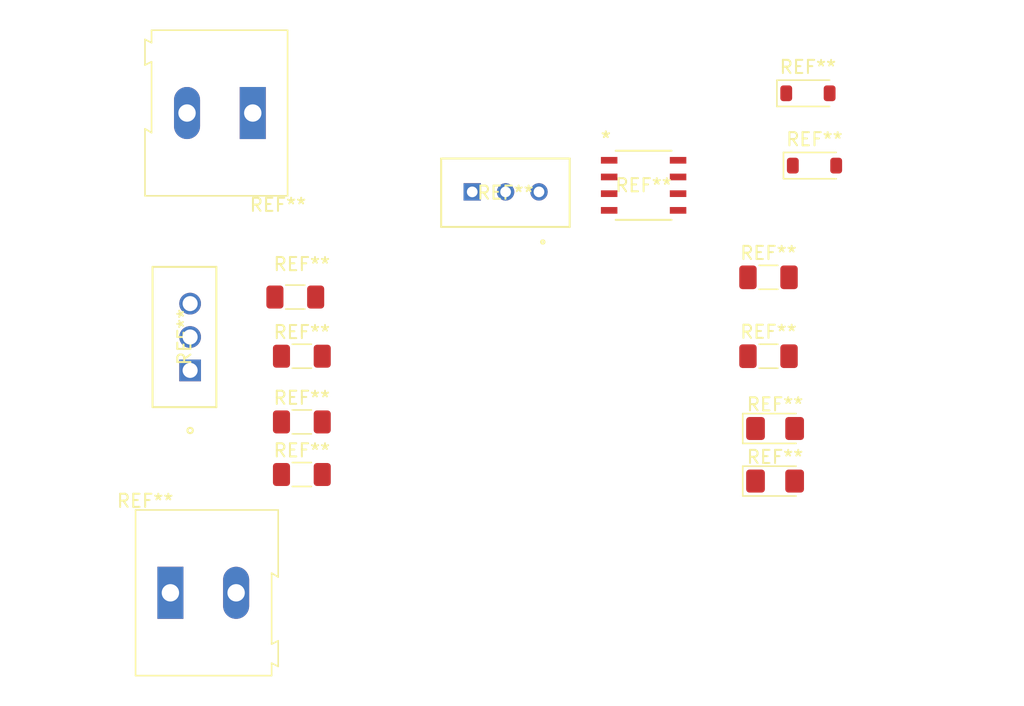
<source format=kicad_pcb>
(kicad_pcb (version 20241229) (generator "pcbnew") (generator_version "9.0")
  (layers (0 "F.Cu" signal) (2 "B.Cu" signal) (13 "F.Paste" user) (15 "B.Paste" user) (5 "F.SilkS" user "F.Silkscreen") (7 "B.SilkS" user "B.Silkscreen") (1 "F.Mask" user) (3 "B.Mask" user) (25 "Edge.Cuts" user))
  (net 0 "")
  (footprint "TerminalBlock:TerminalBlock_Altech_AK300-2_P5.00mm" (layer "F.Cu") (at 219 55.5)
    (property "Reference" "REF**" (at -1.92 -6.99 0) (layer "F.SilkS"))
    (property "Value" "TerminalBlock_Altech_AK300-2_P5.00mm")
    (fp_line (start -2.65 -6.3) (end -2.65 6.3) (stroke (width 0.12)) (layer "F.SilkS"))
    (fp_line (start -2.65 6.3) (end 7.7 6.3) (stroke (width 0.12)) (layer "F.SilkS"))
    (fp_line (start 7.7 -1.5) (end 8.2 -1.2) (stroke (width 0.12)) (layer "F.SilkS"))
    (fp_line (start 7.7 3.9) (end 7.7 -1.5) (stroke (width 0.12)) (layer "F.SilkS"))
    (fp_line (start 7.7 5.35) (end 8.2 5.6) (stroke (width 0.12)) (layer "F.SilkS"))
    (fp_line (start 7.7 6.3) (end 7.7 5.35) (stroke (width 0.12)) (layer "F.SilkS"))
    (fp_line (start 8.2 -6.3) (end -2.65 -6.3) (stroke (width 0.12)) (layer "F.SilkS"))
    (fp_line (start 8.2 -1.2) (end 8.2 -6.3) (stroke (width 0.12)) (layer "F.SilkS"))
    (fp_line (start 8.2 3.65) (end 7.7 3.9) (stroke (width 0.12)) (layer "F.SilkS"))
    (fp_line (start 8.2 3.7) (end 8.2 3.65) (stroke (width 0.12)) (layer "F.SilkS"))
    (fp_line (start 8.2 5.6) (end 8.2 3.7) (stroke (width 0.12)) (layer "F.SilkS"))
    (pad "1" thru_hole rect (at 0 0) (size 1.98 3.96) (drill 1.32) (layers "*.Cu" "*.Mask"))
    (pad "2" thru_hole oval (at 5 0) (size 1.98 3.96) (drill 1.32) (layers "*.Cu" "*.Mask"))
  )
  (footprint "Diode_SMD:D_1206_3216Metric_Pad1.42x1.75mm_HandSolder" (layer "F.Cu") (at 265 47)
    (property "Reference" "REF**" (at 0 -1.83 0) (layer "F.SilkS"))
    (property "Value" "D_1206_3216Metric_Pad1.42x1.75mm_HandSolder")
    (fp_line (start -2.46 -1.135) (end -2.46 1.135) (stroke (width 0.12)) (layer "F.SilkS"))
    (fp_line (start -2.46 1.135) (end 1.6 1.135) (stroke (width 0.12)) (layer "F.SilkS"))
    (fp_line (start 1.6 -1.135) (end -2.46 -1.135) (stroke (width 0.12)) (layer "F.SilkS"))
    (pad "1" smd roundrect (at -1.4875 0) (size 1.425 1.75) (layers "F.Cu" "F.Mask" "F.Paste") (roundrect_rratio 0.175439))
    (pad "2" smd roundrect (at 1.4875 0) (size 1.425 1.75) (layers "F.Cu" "F.Mask" "F.Paste") (roundrect_rratio 0.175439))
  )
  (footprint "Resistor_SMD:R_1206_3216Metric_Pad1.30x1.75mm_HandSolder" (layer "F.Cu") (at 229 37.5)
    (property "Reference" "REF**" (at 0 -1.83 0) (layer "F.SilkS"))
    (property "Value" "R_1206_3216Metric_Pad1.30x1.75mm_HandSolder")
    (fp_line (start -0.727064 -0.91) (end 0.727064 -0.91) (stroke (width 0.12)) (layer "F.SilkS"))
    (fp_line (start -0.727064 0.91) (end 0.727064 0.91) (stroke (width 0.12)) (layer "F.SilkS"))
    (pad "1" smd roundrect (at -1.55 0) (size 1.3 1.75) (layers "F.Cu" "F.Mask" "F.Paste") (roundrect_rratio 0.192308))
    (pad "2" smd roundrect (at 1.55 0) (size 1.3 1.75) (layers "F.Cu" "F.Mask" "F.Paste") (roundrect_rratio 0.192308))
  )
  (footprint "STP75NF75:TO-220_STM" (layer "F.Cu") (at 220.5 38.58 90)
    (property "Reference" "REF**" (at 2.54 -0.4318 90) (layer "F.SilkS"))
    (property "Value" "TO-220_STM")
    (fp_line (start 7.874 -2.8575) (end -2.794 -2.8575) (stroke (width 0.1524)) (layer "F.SilkS"))
    (fp_line (start -2.794 -2.8575) (end -2.794 1.9939) (stroke (width 0.1524)) (layer "F.SilkS"))
    (fp_line (start 7.874 1.9939) (end 7.874 -2.8575) (stroke (width 0.1524)) (layer "F.SilkS"))
    (fp_line (start -2.794 1.9939) (end 7.874 1.9939) (stroke (width 0.1524)) (layer "F.SilkS"))
    (fp_circle (center -4.572 0) (end -4.3688 0) (stroke (width 0.1524)) (fill no) (layer "F.SilkS"))
    (pad "1" thru_hole rect (at 0 0 90) (size 1.651 1.651) (drill 1.143) (layers "*.Cu" "*.Mask"))
    (pad "2" thru_hole circle (at 2.54 0 90) (size 1.651 1.651) (drill 1.143) (layers "*.Cu" "*.Mask"))
    (pad "3" thru_hole circle (at 5.08 0 90) (size 1.651 1.651) (drill 1.143) (layers "*.Cu" "*.Mask"))
  )
  (footprint "Resistor_SMD:R_1206_3216Metric_Pad1.30x1.75mm_HandSolder" (layer "F.Cu") (at 229 46.5)
    (property "Reference" "REF**" (at 0 -1.83 0) (layer "F.SilkS"))
    (property "Value" "R_1206_3216Metric_Pad1.30x1.75mm_HandSolder")
    (fp_line (start -0.727064 -0.91) (end 0.727064 -0.91) (stroke (width 0.12)) (layer "F.SilkS"))
    (fp_line (start -0.727064 0.91) (end 0.727064 0.91) (stroke (width 0.12)) (layer "F.SilkS"))
    (pad "1" smd roundrect (at -1.55 0) (size 1.3 1.75) (layers "F.Cu" "F.Mask" "F.Paste") (roundrect_rratio 0.192308))
    (pad "2" smd roundrect (at 1.55 0) (size 1.3 1.75) (layers "F.Cu" "F.Mask" "F.Paste") (roundrect_rratio 0.192308))
  )
  (footprint "Capacitor_SMD:C_1206_3216Metric_Pad1.33x1.80mm_HandSolder" (layer "F.Cu") (at 264.5 37.5)
    (property "Reference" "REF**" (at 0 -1.85 0) (layer "F.SilkS"))
    (property "Value" "C_1206_3216Metric_Pad1.33x1.80mm_HandSolder")
    (fp_line (start -0.711252 -0.91) (end 0.711252 -0.91) (stroke (width 0.12)) (layer "F.SilkS"))
    (fp_line (start -0.711252 0.91) (end 0.711252 0.91) (stroke (width 0.12)) (layer "F.SilkS"))
    (pad "1" smd roundrect (at -1.5625 0) (size 1.325 1.8) (layers "F.Cu" "F.Mask" "F.Paste") (roundrect_rratio 0.188679))
    (pad "2" smd roundrect (at 1.5625 0) (size 1.325 1.8) (layers "F.Cu" "F.Mask" "F.Paste") (roundrect_rratio 0.188679))
  )
  (footprint "TLC555:D8-L" (layer "F.Cu") (at 255 24.5)
    (property "Reference" "REF**" (at 0 0 0) (layer "F.SilkS"))
    (property "Value" "D8")
    (fp_line (start -2.1209 2.6289) (end 2.1209 2.6289) (stroke (width 0.1524)) (layer "F.SilkS"))
    (fp_line (start 2.1209 -2.6289) (end -2.1209 -2.6289) (stroke (width 0.1524)) (layer "F.SilkS"))
    (fp_text user "*" (at -2.87535 -3.556 0) (layer "F.SilkS"))
    (fp_text user "*" (at -2.87535 -3.556 0) (layer "F.SilkS"))
    (pad "1" smd rect (at -2.621351 -1.905) (size 1.2549 0.508) (layers "F.Cu" "F.Mask" "F.Paste"))
    (pad "2" smd rect (at -2.621351 -0.635) (size 1.2549 0.508) (layers "F.Cu" "F.Mask" "F.Paste"))
    (pad "3" smd rect (at -2.621351 0.635) (size 1.2549 0.508) (layers "F.Cu" "F.Mask" "F.Paste"))
    (pad "4" smd rect (at -2.621351 1.905) (size 1.2549 0.508) (layers "F.Cu" "F.Mask" "F.Paste"))
    (pad "5" smd rect (at 2.621351 1.905) (size 1.2549 0.508) (layers "F.Cu" "F.Mask" "F.Paste"))
    (pad "6" smd rect (at 2.621351 0.635) (size 1.2549 0.508) (layers "F.Cu" "F.Mask" "F.Paste"))
    (pad "7" smd rect (at 2.621351 -0.635) (size 1.2549 0.508) (layers "F.Cu" "F.Mask" "F.Paste"))
    (pad "8" smd rect (at 2.621351 -1.905) (size 1.2549 0.508) (layers "F.Cu" "F.Mask" "F.Paste"))
  )
  (footprint "Capacitor_SMD:C_1206_3216Metric_Pad1.33x1.80mm_HandSolder" (layer "F.Cu") (at 264.5 31.5)
    (property "Reference" "REF**" (at 0 -1.85 0) (layer "F.SilkS"))
    (property "Value" "C_1206_3216Metric_Pad1.33x1.80mm_HandSolder")
    (fp_line (start -0.711252 -0.91) (end 0.711252 -0.91) (stroke (width 0.12)) (layer "F.SilkS"))
    (fp_line (start -0.711252 0.91) (end 0.711252 0.91) (stroke (width 0.12)) (layer "F.SilkS"))
    (pad "1" smd roundrect (at -1.5625 0) (size 1.325 1.8) (layers "F.Cu" "F.Mask" "F.Paste") (roundrect_rratio 0.188679))
    (pad "2" smd roundrect (at 1.5625 0) (size 1.325 1.8) (layers "F.Cu" "F.Mask" "F.Paste") (roundrect_rratio 0.188679))
  )
  (footprint "Resistor_SMD:R_1206_3216Metric_Pad1.30x1.75mm_HandSolder" (layer "F.Cu") (at 228.5 33)
    (property "Reference" "REF**" (at 0.5 -2.5 0) (layer "F.SilkS"))
    (property "Value" "R_1206_3216Metric_Pad1.30x1.75mm_HandSolder")
    (fp_line (start -0.727064 -0.91) (end 0.727064 -0.91) (stroke (width 0.12)) (layer "F.SilkS"))
    (fp_line (start -0.727064 0.91) (end 0.727064 0.91) (stroke (width 0.12)) (layer "F.SilkS"))
    (pad "1" smd roundrect (at -1.55 0) (size 1.3 1.75) (layers "F.Cu" "F.Mask" "F.Paste") (roundrect_rratio 0.192308))
    (pad "2" smd roundrect (at 1.55 0) (size 1.3 1.75) (layers "F.Cu" "F.Mask" "F.Paste") (roundrect_rratio 0.192308))
  )
  (footprint "Diode_SMD:D_SOD-123" (layer "F.Cu") (at 267.5 17.5)
    (property "Reference" "REF**" (at 0 -2 0) (layer "F.SilkS"))
    (property "Value" "D_SOD-123")
    (fp_line (start -2.36 -1) (end -2.36 1) (stroke (width 0.12)) (layer "F.SilkS"))
    (fp_line (start -2.36 -1) (end 1.65 -1) (stroke (width 0.12)) (layer "F.SilkS"))
    (fp_line (start -2.36 1) (end 1.65 1) (stroke (width 0.12)) (layer "F.SilkS"))
    (pad "1" smd roundrect (at -1.65 0) (size 0.9 1.2) (layers "F.Cu" "F.Mask" "F.Paste"))
    (pad "2" smd roundrect (at 1.65 0) (size 0.9 1.2) (layers "F.Cu" "F.Mask" "F.Paste"))
  )
  (footprint "POT:POT_3296W" (layer "F.Cu") (at 241.96 25)
    (property "Reference" "REF**" (at 2.5273 0.0635 0) (layer "F.SilkS"))
    (property "Value" "POT_3296W")
    (fp_line (start -2.3622 -2.54) (end -2.3622 2.667) (stroke (width 0.1524)) (layer "F.SilkS"))
    (fp_line (start -2.3622 2.667) (end 7.4168 2.667) (stroke (width 0.1524)) (layer "F.SilkS"))
    (fp_line (start 7.4168 -2.54) (end -2.3622 -2.54) (stroke (width 0.1524)) (layer "F.SilkS"))
    (fp_line (start 7.4168 2.667) (end 7.4168 -2.54) (stroke (width 0.1524)) (layer "F.SilkS"))
    (fp_circle (center 5.3721 3.81) (end 5.4991 3.81) (stroke (width 0.1524)) (fill no) (layer "F.SilkS"))
    (pad "1" thru_hole circle (at 5.08 0) (size 1.3208 1.3208) (drill 0.8128) (layers "*.Cu" "*.Mask"))
    (pad "2" thru_hole circle (at 2.54 0) (size 1.3208 1.3208) (drill 0.8128) (layers "*.Cu" "*.Mask"))
    (pad "3" thru_hole rect (at 0 0) (size 1.3208 1.3208) (drill 0.8128) (layers "*.Cu" "*.Mask"))
  )
  (footprint "TerminalBlock:TerminalBlock_Altech_AK300-2_P5.00mm" (layer "F.Cu") (at 225.265 19 180)
    (property "Reference" "REF**" (at -1.92 -6.99 0) (layer "F.SilkS"))
    (property "Value" "TerminalBlock_Altech_AK300-2_P5.00mm")
    (fp_line (start 8.2 5.6) (end 8.2 3.7) (stroke (width 0.12)) (layer "F.SilkS"))
    (fp_line (start 8.2 3.7) (end 8.2 3.65) (stroke (width 0.12)) (layer "F.SilkS"))
    (fp_line (start 8.2 3.65) (end 7.7 3.9) (stroke (width 0.12)) (layer "F.SilkS"))
    (fp_line (start 8.2 -1.2) (end 8.2 -6.3) (stroke (width 0.12)) (layer "F.SilkS"))
    (fp_line (start 8.2 -6.3) (end -2.65 -6.3) (stroke (width 0.12)) (layer "F.SilkS"))
    (fp_line (start 7.7 6.3) (end 7.7 5.35) (stroke (width 0.12)) (layer "F.SilkS"))
    (fp_line (start 7.7 5.35) (end 8.2 5.6) (stroke (width 0.12)) (layer "F.SilkS"))
    (fp_line (start 7.7 3.9) (end 7.7 -1.5) (stroke (width 0.12)) (layer "F.SilkS"))
    (fp_line (start 7.7 -1.5) (end 8.2 -1.2) (stroke (width 0.12)) (layer "F.SilkS"))
    (fp_line (start -2.65 6.3) (end 7.7 6.3) (stroke (width 0.12)) (layer "F.SilkS"))
    (fp_line (start -2.65 -6.3) (end -2.65 6.3) (stroke (width 0.12)) (layer "F.SilkS"))
    (pad "1" thru_hole rect (at 0 0 180) (size 1.98 3.96) (drill 1.32) (layers "*.Cu" "*.Mask"))
    (pad "2" thru_hole oval (at 5 0 180) (size 1.98 3.96) (drill 1.32) (layers "*.Cu" "*.Mask"))
  )
  (footprint "Diode_SMD:D_SOD-123" (layer "F.Cu") (at 268 23)
    (property "Reference" "REF**" (at 0 -2 0) (layer "F.SilkS"))
    (property "Value" "D_SOD-123")
    (fp_line (start -2.36 -1) (end -2.36 1) (stroke (width 0.12)) (layer "F.SilkS"))
    (fp_line (start -2.36 -1) (end 1.65 -1) (stroke (width 0.12)) (layer "F.SilkS"))
    (fp_line (start -2.36 1) (end 1.65 1) (stroke (width 0.12)) (layer "F.SilkS"))
    (pad "1" smd roundrect (at -1.65 0) (size 0.9 1.2) (layers "F.Cu" "F.Mask" "F.Paste"))
    (pad "2" smd roundrect (at 1.65 0) (size 0.9 1.2) (layers "F.Cu" "F.Mask" "F.Paste"))
  )
  (footprint "Resistor_SMD:R_1206_3216Metric_Pad1.30x1.75mm_HandSolder" (layer "F.Cu") (at 229 42.5)
    (property "Reference" "REF**" (at 0 -1.83 0) (layer "F.SilkS"))
    (property "Value" "R_1206_3216Metric_Pad1.30x1.75mm_HandSolder")
    (fp_line (start -0.727064 -0.91) (end 0.727064 -0.91) (stroke (width 0.12)) (layer "F.SilkS"))
    (fp_line (start -0.727064 0.91) (end 0.727064 0.91) (stroke (width 0.12)) (layer "F.SilkS"))
    (pad "1" smd roundrect (at -1.55 0) (size 1.3 1.75) (layers "F.Cu" "F.Mask" "F.Paste") (roundrect_rratio 0.192308))
    (pad "2" smd roundrect (at 1.55 0) (size 1.3 1.75) (layers "F.Cu" "F.Mask" "F.Paste") (roundrect_rratio 0.192308))
  )
  (footprint "Diode_SMD:D_1206_3216Metric_Pad1.42x1.75mm_HandSolder" (layer "F.Cu") (at 265 43)
    (property "Reference" "REF**" (at 0 -1.83 0) (layer "F.SilkS"))
    (property "Value" "D_1206_3216Metric_Pad1.42x1.75mm_HandSolder")
    (fp_line (start -2.46 -1.135) (end -2.46 1.135) (stroke (width 0.12)) (layer "F.SilkS"))
    (fp_line (start -2.46 1.135) (end 1.6 1.135) (stroke (width 0.12)) (layer "F.SilkS"))
    (fp_line (start 1.6 -1.135) (end -2.46 -1.135) (stroke (width 0.12)) (layer "F.SilkS"))
    (pad "1" smd roundrect (at -1.4875 0) (size 1.425 1.75) (layers "F.Cu" "F.Mask" "F.Paste") (roundrect_rratio 0.175439))
    (pad "2" smd roundrect (at 1.4875 0) (size 1.425 1.75) (layers "F.Cu" "F.Mask" "F.Paste") (roundrect_rratio 0.175439))
  )
)
</source>
